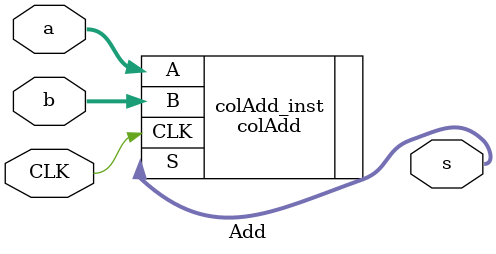
<source format=v>

`timescale 1ns/1ps

module columnAdd (
  input      [31:0]   result_col_0,
  input      [31:0]   result_col_1,
  input      [31:0]   result_col_2,
  input      [31:0]   result_col_3,
  input      [31:0]   result_col_4,
  input      [31:0]   result_col_5,
  input      [31:0]   result_col_6,
  input      [31:0]   result_col_7,
  input               startAdd,
  output reg [31:0]   colAddResult,
  output              colAddResult_Valid,
  input               clk,
  input               reset
);

  wire       [31:0]   add_1_s;
  wire       [31:0]   add_2_s;
  wire       [31:0]   add_3_s;
  wire       [31:0]   add_4_s;
  wire       [31:0]   add_5_s;
  wire       [31:0]   add_6_s;
  wire       [31:0]   add_7_s;
  reg        [4:0]    counter;
  reg        [7:0]    result_valid;
  wire                when_columnAdd_l41;
  wire                when_columnAdd_l42;

  Add add_1 (
    .a   (result_col_0[31:0]), //i
    .b   (result_col_1[31:0]), //i
    .s   (add_1_s[31:0]     ), //o
    .CLK (clk               )  //i
  );
  Add add_2 (
    .a   (result_col_2[31:0]), //i
    .b   (result_col_3[31:0]), //i
    .s   (add_2_s[31:0]     ), //o
    .CLK (clk               )  //i
  );
  Add add_3 (
    .a   (result_col_4[31:0]), //i
    .b   (result_col_5[31:0]), //i
    .s   (add_3_s[31:0]     ), //o
    .CLK (clk               )  //i
  );
  Add add_4 (
    .a   (result_col_6[31:0]), //i
    .b   (result_col_7[31:0]), //i
    .s   (add_4_s[31:0]     ), //o
    .CLK (clk               )  //i
  );
  Add add_5 (
    .a   (add_1_s[31:0]), //i
    .b   (add_2_s[31:0]), //i
    .s   (add_5_s[31:0]), //o
    .CLK (clk          )  //i
  );
  Add add_6 (
    .a   (add_3_s[31:0]), //i
    .b   (add_4_s[31:0]), //i
    .s   (add_6_s[31:0]), //o
    .CLK (clk          )  //i
  );
  Add add_7 (
    .a   (add_5_s[31:0]), //i
    .b   (add_6_s[31:0]), //i
    .s   (add_7_s[31:0]), //o
    .CLK (clk          )  //i
  );
  assign colAddResult_Valid = (^result_valid);
  assign when_columnAdd_l41 = (startAdd || (5'h0 < counter));
  assign when_columnAdd_l42 = (counter == 5'h06);
  always @(posedge clk) begin
    if(reset) begin
      colAddResult <= 32'h0;
      counter <= 5'h0;
      result_valid <= 8'h0;
    end else begin
      result_valid <= (result_valid <<< 1);
      if(when_columnAdd_l41) begin
        if(when_columnAdd_l42) begin
          result_valid[0] <= 1'b1;
          counter <= 5'h0;
        end else begin
          result_valid[0] <= 1'b0;
          counter <= (counter + 5'h01);
        end
      end else begin
        result_valid[0] <= 1'b0;
        counter <= 5'h0;
      end
      colAddResult <= add_7_s;
    end
  end


endmodule

module Add (
              input             [31:0] a       ,
              input             [31:0] b       ,
              output           [31:0] s      ,
              input             CLK
          );

          
          colAdd colAdd_inst (
            .CLK(CLK),  // input wire CLK
            .A(a),      // input wire [31 : 0] A
            .B(b),      // input wire [31 : 0] B
            .S(s)      // output wire [31 : 0] P
          );

endmodule
      

</source>
